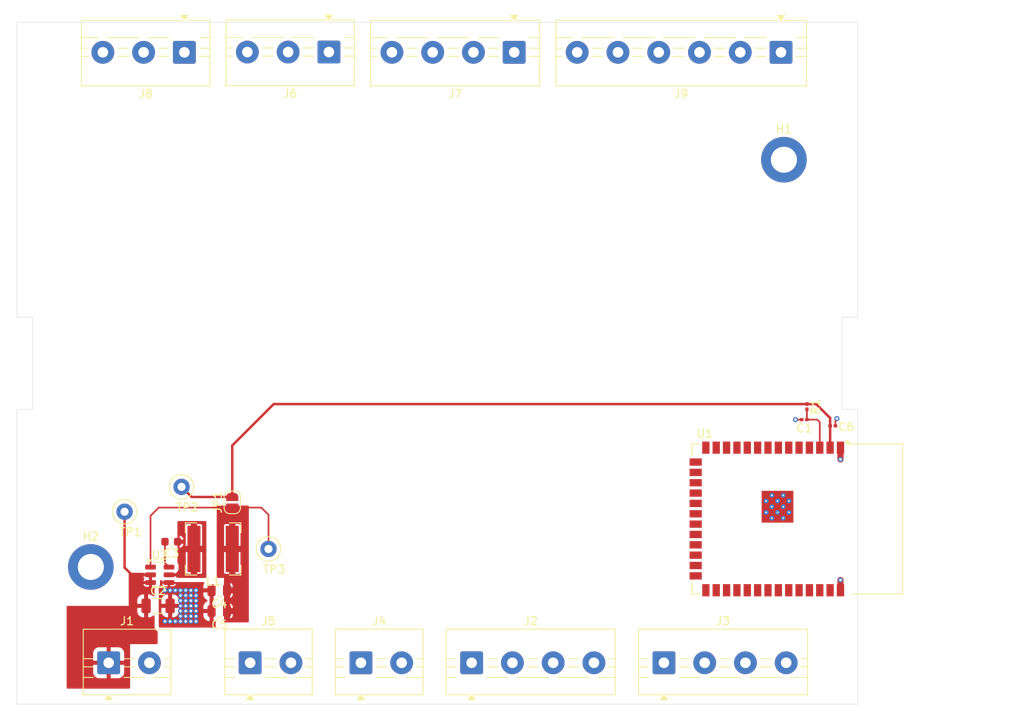
<source format=kicad_pcb>
(kicad_pcb (version 20241229) (generator "pcbnew") (generator_version "9.0")
  (layers (0 "F.Cu" signal) (4 "In1.Cu" power) (6 "In2.Cu" mixed) (2 "B.Cu" signal) (13 "F.Paste" user) (15 "B.Paste" user) (5 "F.SilkS" user "F.Silkscreen") (7 "B.SilkS" user "B.Silkscreen") (1 "F.Mask" user) (3 "B.Mask" user) (25 "Edge.Cuts" user))
  (net 0 "")
  (net 1 "Net-(U1-EN)")
  (net 2 "GND")
  (net 3 "Net-(JP1-A)")
  (net 4 "VCC")
  (net 5 "Net-(U2-BST)")
  (net 6 "Net-(U2-SW)")
  (net 7 "/board_zorionx-nivara/PNP_IN_1")
  (net 8 "/board_zorionx-nivara/NPN_IN_2")
  (net 9 "/board_zorionx-nivara/NPN_IN_1")
  (net 10 "/board_zorionx-nivara/PNP_IN_2")
  (net 11 "/board_zorionx-nivara/A032_IN1")
  (net 12 "/board_zorionx-nivara/A420_IN1")
  (net 13 "/board_zorionx-nivara/A010_IN1")
  (net 14 "/board_zorionx-nivara/D_IN2")
  (net 15 "/board_zorionx-nivara/D_IN1")
  (net 16 "/board_zorionx-nivara/RUN-STOP")
  (net 17 "/board_zorionx-nivara/A010_OUT1")
  (net 18 "/board_zorionx-nivara/A420_OUT1")
  (net 19 "/board_zorionx-nivara/PNP_OUT2")
  (net 20 "/board_zorionx-nivara/NPN_OUT1")
  (net 21 "/board_zorionx-nivara/NPN_OUT2")
  (net 22 "/board_zorionx-nivara/PNP_OUT1")
  (net 23 "/board_zorionx-nivara/RS485_B")
  (net 24 "/board_zorionx-nivara/RS485_A")
  (net 25 "/board_zorionx-nivara/RLY1_NC")
  (net 26 "/board_zorionx-nivara/RLY1_C")
  (net 27 "/board_zorionx-nivara/RLY2_NC")
  (net 28 "/board_zorionx-nivara/RLY2_C")
  (net 29 "/board_zorionx-nivara/RLY1_NO")
  (net 30 "/board_zorionx-nivara/RLY2_NO")
  (net 31 "+3.3V")
  (net 32 "/board_zorionx-nivara/DRIVERRS485/UART-IN")
  (net 57 "/board_zorionx-nivara/DRIVERRS485/UART-OUT")
  (footprint "TerminalBlock:TerminalBlock_MaiXu_MX126-5.0-04P_1x04_P5.00mm" (layer "F.Cu") (at 82.701667 101.6)
    (property "Reference" "J2" (at 7.25 -5.12 0) (layer "F.SilkS"))
    (property "Value" "Screw_Terminal_01x04")
    (fp_line (start -3.12 -4.12) (end 17.62 -4.12) (stroke (width 0.12)) (layer "F.SilkS"))
    (fp_line (start -3.12 -0.5) (end -1.88 -0.5) (stroke (width 0.12)) (layer "F.SilkS"))
    (fp_line (start -3.12 0.5) (end -1.88 0.5) (stroke (width 0.12)) (layer "F.SilkS"))
    (fp_line (start -3.12 1.8) (end -1.88 1.8) (stroke (width 0.12)) (layer "F.SilkS"))
    (fp_line (start -3.12 3.92) (end -3.12 -4.12) (stroke (width 0.12)) (layer "F.SilkS"))
    (fp_line (start -0.3 3.92) (end -3.12 3.92) (stroke (width 0.12)) (layer "F.SilkS"))
    (fp_line (start 1.88 -0.5) (end 3.188 -0.5) (stroke (width 0.12)) (layer "F.SilkS"))
    (fp_line (start 1.88 0.5) (end 3.188 0.5) (stroke (width 0.12)) (layer "F.SilkS"))
    (fp_line (start 1.88 1.8) (end 4.457 1.8) (stroke (width 0.12)) (layer "F.SilkS"))
    (fp_line (start 5.543 1.8) (end 9.457 1.8) (stroke (width 0.12)) (layer "F.SilkS"))
    (fp_line (start 6.812 -0.5) (end 8.188 -0.5) (stroke (width 0.12)) (layer "F.SilkS"))
    (fp_line (start 6.812 0.5) (end 8.188 0.5) (stroke (width 0.12)) (layer "F.SilkS"))
    (fp_line (start 10.543 1.8) (end 14.457 1.8) (stroke (width 0.12)) (layer "F.SilkS"))
    (fp_line (start 11.812 -0.5) (end 13.188 -0.5) (stroke (width 0.12)) (layer "F.SilkS"))
    (fp_line (start 11.812 0.5) (end 13.188 0.5) (stroke (width 0.12)) (layer "F.SilkS"))
    (fp_line (start 15.543 1.8) (end 17.62 1.8) (stroke (width 0.12)) (layer "F.SilkS"))
    (fp_line (start 16.812 -0.5) (end 17.62 -0.5) (stroke (width 0.12)) (layer "F.SilkS"))
    (fp_line (start 16.812 0.5) (end 17.62 0.5) (stroke (width 0.12)) (layer "F.SilkS"))
    (fp_line (start 17.62 -4.12) (end 17.62 3.92) (stroke (width 0.12)) (layer "F.SilkS"))
    (fp_line (start 17.62 3.92) (end 0.3 3.92) (stroke (width 0.12)) (layer "F.SilkS"))
    (fp_poly (pts (xy 0 3.92) (xy 0.44 4.53) (xy -0.44 4.53)) (stroke (width 0.12)) (fill yes) (layer "F.SilkS"))
    (pad "1" thru_hole roundrect (at 0 0) (size 2.8 2.8) (drill 1.3) (layers "*.Cu" "*.Mask") (roundrect_rratio 0.089286) (net 10 "/board_zorionx-nivara/PNP_IN_2"))
    (pad "2" thru_hole circle (at 5 0) (size 2.8 2.8) (drill 1.3) (layers "*.Cu" "*.Mask") (net 7 "/board_zorionx-nivara/PNP_IN_1"))
    (pad "3" thru_hole circle (at 10 0) (size 2.8 2.8) (drill 1.3) (layers "*.Cu" "*.Mask") (net 8 "/board_zorionx-nivara/NPN_IN_2"))
    (pad "4" thru_hole circle (at 15 0) (size 2.8 2.8) (drill 1.3) (layers "*.Cu" "*.Mask") (net 9 "/board_zorionx-nivara/NPN_IN_1"))
  )
  (footprint "TerminalBlock:TerminalBlock_MaiXu_MX126-5.0-02P_1x02_P5.00mm" (layer "F.Cu") (at 55.535 101.6)
    (property "Reference" "J5" (at 2.25 -5.12 0) (layer "F.SilkS"))
    (property "Value" "Screw_Terminal_01x02")
    (fp_line (start -3.12 -4.12) (end 7.62 -4.12) (stroke (width 0.12)) (layer "F.SilkS"))
    (fp_line (start -3.12 -0.5) (end -1.88 -0.5) (stroke (width 0.12)) (layer "F.SilkS"))
    (fp_line (start -3.12 0.5) (end -1.88 0.5) (stroke (width 0.12)) (layer "F.SilkS"))
    (fp_line (start -3.12 1.8) (end -1.88 1.8) (stroke (width 0.12)) (layer "F.SilkS"))
    (fp_line (start -3.12 3.92) (end -3.12 -4.12) (stroke (width 0.12)) (layer "F.SilkS"))
    (fp_line (start -0.3 3.92) (end -3.12 3.92) (stroke (width 0.12)) (layer "F.SilkS"))
    (fp_line (start 1.88 -0.5) (end 3.188 -0.5) (stroke (width 0.12)) (layer "F.SilkS"))
    (fp_line (start 1.88 0.5) (end 3.188 0.5) (stroke (width 0.12)) (layer "F.SilkS"))
    (fp_line (start 1.88 1.8) (end 4.457 1.8) (stroke (width 0.12)) (layer "F.SilkS"))
    (fp_line (start 5.543 1.8) (end 7.62 1.8) (stroke (width 0.12)) (layer "F.SilkS"))
    (fp_line (start 6.812 -0.5) (end 7.62 -0.5) (stroke (width 0.12)) (layer "F.SilkS"))
    (fp_line (start 6.812 0.5) (end 7.62 0.5) (stroke (width 0.12)) (layer "F.SilkS"))
    (fp_line (start 7.62 -4.12) (end 7.62 3.92) (stroke (width 0.12)) (layer "F.SilkS"))
    (fp_line (start 7.62 3.92) (end 0.3 3.92) (stroke (width 0.12)) (layer "F.SilkS"))
    (fp_poly (pts (xy 0 3.92) (xy 0.44 4.53) (xy -0.44 4.53)) (stroke (width 0.12)) (fill yes) (layer "F.SilkS"))
    (pad "1" thru_hole roundrect (at 0 0) (size 2.8 2.8) (drill 1.3) (layers "*.Cu" "*.Mask") (roundrect_rratio 0.089286) (net 2 "GND"))
    (pad "2" thru_hole circle (at 5 0) (size 2.8 2.8) (drill 1.3) (layers "*.Cu" "*.Mask") (net 16 "/board_zorionx-nivara/RUN-STOP"))
  )
  (footprint "TestPoint:TestPoint_Loop_D1.80mm_Drill1.0mm_Beaded" (layer "F.Cu") (at 57.785 87.63)
    (property "Reference" "TP3" (at 0.7 2.5 0) (layer "F.SilkS"))
    (property "Value" "TestPoint")
    (fp_circle (center 0 0) (end 1.5 0) (stroke (width 0.12)) (fill no) (layer "F.SilkS"))
    (pad "1" thru_hole circle (at 0 0) (size 2 2) (drill 1) (layers "*.Cu" "*.Mask") (net 3 "Net-(JP1-A)"))
  )
  (footprint "Capacitor_SMD:C_0201_0603Metric" (layer "F.Cu") (at 123.51 71.755 180)
    (property "Reference" "C1" (at 0 -1.05 0) (layer "F.SilkS"))
    (property "Value" "1uf")
    (pad "1" smd roundrect (at -0.32 0 180) (size 0.46 0.4) (layers "F.Cu" "F.Mask") (net 1 "Net-(U1-EN)"))
    (pad "2" smd roundrect (at 0.32 0 180) (size 0.46 0.4) (layers "F.Cu" "F.Mask") (net 2 "GND"))
  )
  (footprint "MountingHole:MountingHole_3.2mm_M3_DIN965_Pad" (layer "F.Cu") (at 121.0056 39.8526)
    (property "Reference" "H1" (at 0 -3.75 0) (layer "F.SilkS"))
    (property "Value" "MountingHole_Pad_MP")
    (pad "1" thru_hole circle (at 0 0) (size 5.6 5.6) (drill 3.2) (layers "*.Cu" "*.Mask"))
  )
  (footprint "TerminalBlock:TerminalBlock_MaiXu_MX126-5.0-04P_1x04_P5.00mm" (layer "F.Cu") (at 106.285 101.6)
    (property "Reference" "J3" (at 7.25 -5.12 0) (layer "F.SilkS"))
    (property "Value" "Screw_Terminal_01x04")
    (fp_line (start -3.12 -4.12) (end 17.62 -4.12) (stroke (width 0.12)) (layer "F.SilkS"))
    (fp_line (start -3.12 -0.5) (end -1.88 -0.5) (stroke (width 0.12)) (layer "F.SilkS"))
    (fp_line (start -3.12 0.5) (end -1.88 0.5) (stroke (width 0.12)) (layer "F.SilkS"))
    (fp_line (start -3.12 1.8) (end -1.88 1.8) (stroke (width 0.12)) (layer "F.SilkS"))
    (fp_line (start -3.12 3.92) (end -3.12 -4.12) (stroke (width 0.12)) (layer "F.SilkS"))
    (fp_line (start -0.3 3.92) (end -3.12 3.92) (stroke (width 0.12)) (layer "F.SilkS"))
    (fp_line (start 1.88 -0.5) (end 3.188 -0.5) (stroke (width 0.12)) (layer "F.SilkS"))
    (fp_line (start 1.88 0.5) (end 3.188 0.5) (stroke (width 0.12)) (layer "F.SilkS"))
    (fp_line (start 1.88 1.8) (end 4.457 1.8) (stroke (width 0.12)) (layer "F.SilkS"))
    (fp_line (start 5.543 1.8) (end 9.457 1.8) (stroke (width 0.12)) (layer "F.SilkS"))
    (fp_line (start 6.812 -0.5) (end 8.188 -0.5) (stroke (width 0.12)) (layer "F.SilkS"))
    (fp_line (start 6.812 0.5) (end 8.188 0.5) (stroke (width 0.12)) (layer "F.SilkS"))
    (fp_line (start 10.543 1.8) (end 14.457 1.8) (stroke (width 0.12)) (layer "F.SilkS"))
    (fp_line (start 11.812 -0.5) (end 13.188 -0.5) (stroke (width 0.12)) (layer "F.SilkS"))
    (fp_line (start 11.812 0.5) (end 13.188 0.5) (stroke (width 0.12)) (layer "F.SilkS"))
    (fp_line (start 15.543 1.8) (end 17.62 1.8) (stroke (width 0.12)) (layer "F.SilkS"))
    (fp_line (start 16.812 -0.5) (end 17.62 -0.5) (stroke (width 0.12)) (layer "F.SilkS"))
    (fp_line (start 16.812 0.5) (end 17.62 0.5) (stroke (width 0.12)) (layer "F.SilkS"))
    (fp_line (start 17.62 -4.12) (end 17.62 3.92) (stroke (width 0.12)) (layer "F.SilkS"))
    (fp_line (start 17.62 3.92) (end 0.3 3.92) (stroke (width 0.12)) (layer "F.SilkS"))
    (fp_poly (pts (xy 0 3.92) (xy 0.44 4.53) (xy -0.44 4.53)) (stroke (width 0.12)) (fill yes) (layer "F.SilkS"))
    (pad "1" thru_hole roundrect (at 0 0) (size 2.8 2.8) (drill 1.3) (layers "*.Cu" "*.Mask") (roundrect_rratio 0.089286) (net 2 "GND"))
    (pad "2" thru_hole circle (at 5 0) (size 2.8 2.8) (drill 1.3) (layers "*.Cu" "*.Mask") (net 12 "/board_zorionx-nivara/A420_IN1"))
    (pad "3" thru_hole circle (at 10 0) (size 2.8 2.8) (drill 1.3) (layers "*.Cu" "*.Mask") (net 11 "/board_zorionx-nivara/A032_IN1"))
    (pad "4" thru_hole circle (at 15 0) (size 2.8 2.8) (drill 1.3) (layers "*.Cu" "*.Mask") (net 13 "/board_zorionx-nivara/A010_IN1"))
  )
  (footprint "TerminalBlock:TerminalBlock_MaiXu_MX126-5.0-02P_1x02_P5.00mm" (layer "F.Cu") (at 69.118333 101.6)
    (property "Reference" "J4" (at 2.25 -5.12 0) (layer "F.SilkS"))
    (property "Value" "Screw_Terminal_01x02")
    (fp_line (start -3.12 -4.12) (end 7.62 -4.12) (stroke (width 0.12)) (layer "F.SilkS"))
    (fp_line (start -3.12 -0.5) (end -1.88 -0.5) (stroke (width 0.12)) (layer "F.SilkS"))
    (fp_line (start -3.12 0.5) (end -1.88 0.5) (stroke (width 0.12)) (layer "F.SilkS"))
    (fp_line (start -3.12 1.8) (end -1.88 1.8) (stroke (width 0.12)) (layer "F.SilkS"))
    (fp_line (start -3.12 3.92) (end -3.12 -4.12) (stroke (width 0.12)) (layer "F.SilkS"))
    (fp_line (start -0.3 3.92) (end -3.12 3.92) (stroke (width 0.12)) (layer "F.SilkS"))
    (fp_line (start 1.88 -0.5) (end 3.188 -0.5) (stroke (width 0.12)) (layer "F.SilkS"))
    (fp_line (start 1.88 0.5) (end 3.188 0.5) (stroke (width 0.12)) (layer "F.SilkS"))
    (fp_line (start 1.88 1.8) (end 4.457 1.8) (stroke (width 0.12)) (layer "F.SilkS"))
    (fp_line (start 5.543 1.8) (end 7.62 1.8) (stroke (width 0.12)) (layer "F.SilkS"))
    (fp_line (start 6.812 -0.5) (end 7.62 -0.5) (stroke (width 0.12)) (layer "F.SilkS"))
    (fp_line (start 6.812 0.5) (end 7.62 0.5) (stroke (width 0.12)) (layer "F.SilkS"))
    (fp_line (start 7.62 -4.12) (end 7.62 3.92) (stroke (width 0.12)) (layer "F.SilkS"))
    (fp_line (start 7.62 3.92) (end 0.3 3.92) (stroke (width 0.12)) (layer "F.SilkS"))
    (fp_poly (pts (xy 0 3.92) (xy 0.44 4.53) (xy -0.44 4.53)) (stroke (width 0.12)) (fill yes) (layer "F.SilkS"))
    (pad "1" thru_hole roundrect (at 0 0) (size 2.8 2.8) (drill 1.3) (layers "*.Cu" "*.Mask") (roundrect_rratio 0.089286) (net 14 "/board_zorionx-nivara/D_IN2"))
    (pad "2" thru_hole circle (at 5 0) (size 2.8 2.8) (drill 1.3) (layers "*.Cu" "*.Mask") (net 15 "/board_zorionx-nivara/D_IN1"))
  )
  (footprint "TerminalBlock:TerminalBlock_MaiXu_MX126-5.0-06P_1x06_P5.00mm" (layer "F.Cu") (at 120.65 26.67 180)
    (property "Reference" "J9" (at 12.25 -5.12 0) (layer "F.SilkS"))
    (property "Value" "Screw_Terminal_01x06")
    (fp_line (start 27.62 3.92) (end 0.3 3.92) (stroke (width 0.12)) (layer "F.SilkS"))
    (fp_line (start 27.62 -4.12) (end 27.62 3.92) (stroke (width 0.12)) (layer "F.SilkS"))
    (fp_line (start 26.812 0.5) (end 27.62 0.5) (stroke (width 0.12)) (layer "F.SilkS"))
    (fp_line (start 26.812 -0.5) (end 27.62 -0.5) (stroke (width 0.12)) (layer "F.SilkS"))
    (fp_line (start 25.543 1.8) (end 27.62 1.8) (stroke (width 0.12)) (layer "F.SilkS"))
    (fp_line (start 21.812 0.5) (end 23.188 0.5) (stroke (width 0.12)) (layer "F.SilkS"))
    (fp_line (start 21.812 -0.5) (end 23.188 -0.5) (stroke (width 0.12)) (layer "F.SilkS"))
    (fp_line (start 20.543 1.8) (end 24.457 1.8) (stroke (width 0.12)) (layer "F.SilkS"))
    (fp_line (start 16.812 0.5) (end 18.188 0.5) (stroke (width 0.12)) (layer "F.SilkS"))
    (fp_line (start 16.812 -0.5) (end 18.188 -0.5) (stroke (width 0.12)) (layer "F.SilkS"))
    (fp_line (start 15.543 1.8) (end 19.457 1.8) (stroke (width 0.12)) (layer "F.SilkS"))
    (fp_line (start 11.812 0.5) (end 13.188 0.5) (stroke (width 0.12)) (layer "F.SilkS"))
    (fp_line (start 11.812 -0.5) (end 13.188 -0.5) (stroke (width 0.12)) (layer "F.SilkS"))
    (fp_line (start 10.543 1.8) (end 14.457 1.8) (stroke (width 0.12)) (layer "F.SilkS"))
    (fp_line (start 6.812 0.5) (end 8.188 0.5) (stroke (width 0.12)) (layer "F.SilkS"))
    (fp_line (start 6.812 -0.5) (end 8.188 -0.5) (stroke (width 0.12)) (layer "F.SilkS"))
    (fp_line (start 5.543 1.8) (end 9.457 1.8) (stroke (width 0.12)) (layer "F.SilkS"))
    (fp_line (start 1.88 1.8) (end 4.457 1.8) (stroke (width 0.12)) (layer "F.SilkS"))
    (fp_line (start 1.88 0.5) (end 3.188 0.5) (stroke (width 0.12)) (layer "F.SilkS"))
    (fp_line (start 1.88 -0.5) (end 3.188 -0.5) (stroke (width 0.12)) (layer "F.SilkS"))
    (fp_line (start -0.3 3.92) (end -3.12 3.92) (stroke (width 0.12)) (layer "F.SilkS"))
    (fp_line (start -3.12 3.92) (end -3.12 -4.12) (stroke (width 0.12)) (layer "F.SilkS"))
    (fp_line (start -3.12 1.8) (end -1.88 1.8) (stroke (width 0.12)) (layer "F.SilkS"))
    (fp_line (start -3.12 0.5) (end -1.88 0.5) (stroke (width 0.12)) (layer "F.SilkS"))
    (fp_line (start -3.12 -0.5) (end -1.88 -0.5) (stroke (width 0.12)) (layer "F.SilkS"))
    (fp_line (start -3.12 -4.12) (end 27.62 -4.12) (stroke (width 0.12)) (layer "F.SilkS"))
    (fp_poly (pts (xy 0 3.92) (xy 0.44 4.53) (xy -0.44 4.53)) (stroke (width 0.12)) (fill yes) (layer "F.SilkS"))
    (pad "1" thru_hole roundrect (at 0 0 180) (size 2.8 2.8) (drill 1.3) (layers "*.Cu" "*.Mask") (roundrect_rratio 0.089286) (net 26 "/board_zorionx-nivara/RLY1_C"))
    (pad "2" thru_hole circle (at 5 0 180) (size 2.8 2.8) (drill 1.3) (layers "*.Cu" "*.Mask") (net 25 "/board_zorionx-nivara/RLY1_NC"))
    (pad "3" thru_hole circle (at 10 0 180) (size 2.8 2.8) (drill 1.3) (layers "*.Cu" "*.Mask") (net 29 "/board_zorionx-nivara/RLY1_NO"))
    (pad "4" thru_hole circle (at 15 0 180) (size 2.8 2.8) (drill 1.3) (layers "*.Cu" "*.Mask") (net 28 "/board_zorionx-nivara/RLY2_C"))
    (pad "5" thru_hole circle (at 20 0 180) (size 2.8 2.8) (drill 1.3) (layers "*.Cu" "*.Mask") (net 27 "/board_zorionx-nivara/RLY2_NC"))
    (pad "6" thru_hole circle (at 25 0 180) (size 2.8 2.8) (drill 1.3) (layers "*.Cu" "*.Mask") (net 30 "/board_zorionx-nivara/RLY2_NO"))
  )
  (footprint "Capacitor_SMD:C_0201_0603Metric" (layer "F.Cu") (at 127 72.517 180)
    (property "Reference" "C6" (at -1.651 -0.127 0) (layer "F.SilkS"))
    (property "Value" ".1uf")
    (pad "1" smd roundrect (at -0.32 0 180) (size 0.46 0.4) (layers "F.Cu" "F.Mask") (net 2 "GND"))
    (pad "2" smd roundrect (at 0.32 0 180) (size 0.46 0.4) (layers "F.Cu" "F.Mask") (net 31 "+3.3V"))
  )
  (footprint "TestPoint:TestPoint_Loop_D1.80mm_Drill1.0mm_Beaded" (layer "F.Cu") (at 40.132 83.058)
    (property "Reference" "TP1" (at 0.7 2.5 0) (layer "F.SilkS"))
    (property "Value" "TestPoint")
    (fp_circle (center 0 0) (end 1.5 0) (stroke (width 0.12)) (fill no) (layer "F.SilkS"))
    (pad "1" thru_hole circle (at 0 0) (size 2 2) (drill 1) (layers "*.Cu" "*.Mask") (net 4 "VCC"))
  )
  (footprint "MountingHole:MountingHole_3.2mm_M3_DIN965_Pad" (layer "F.Cu") (at 35.9918 89.8398)
    (property "Reference" "H2" (at 0 -3.75 0) (layer "F.SilkS"))
    (property "Value" "MountingHole_Pad_MP")
    (pad "1" thru_hole circle (at 0 0) (size 5.6 5.6) (drill 3.2) (layers "*.Cu" "*.Mask"))
  )
  (footprint "TerminalBlock:TerminalBlock_MaiXu_MX126-5.0-03P_1x03_P5.00mm" (layer "F.Cu") (at 47.465 26.67 180)
    (property "Reference" "J8" (at 4.75 -5.12 0) (layer "F.SilkS"))
    (property "Value" "Screw_Terminal_01x03")
    (fp_line (start 12.62 3.92) (end 0.3 3.92) (stroke (width 0.12)) (layer "F.SilkS"))
    (fp_line (start 12.62 -4.12) (end 12.62 3.92) (stroke (width 0.12)) (layer "F.SilkS"))
    (fp_line (start 11.812 0.5) (end 12.62 0.5) (stroke (width 0.12)) (layer "F.SilkS"))
    (fp_line (start 11.812 -0.5) (end 12.62 -0.5) (stroke (width 0.12)) (layer "F.SilkS"))
    (fp_line (start 10.543 1.8) (end 12.62 1.8) (stroke (width 0.12)) (layer "F.SilkS"))
    (fp_line (start 6.812 0.5) (end 8.188 0.5) (stroke (width 0.12)) (layer "F.SilkS"))
    (fp_line (start 6.812 -0.5) (end 8.188 -0.5) (stroke (width 0.12)) (layer "F.SilkS"))
    (fp_line (start 5.543 1.8) (end 9.457 1.8) (stroke (width 0.12)) (layer "F.SilkS"))
    (fp_line (start 1.88 1.8) (end 4.457 1.8) (stroke (width 0.12)) (layer "F.SilkS"))
    (fp_line (start 1.88 0.5) (end 3.188 0.5) (stroke (width 0.12)) (layer "F.SilkS"))
    (fp_line (start 1.88 -0.5) (end 3.188 -0.5) (stroke (width 0.12)) (layer "F.SilkS"))
    (fp_line (start -0.3 3.92) (end -3.12 3.92) (stroke (width 0.12)) (layer "F.SilkS"))
    (fp_line (start -3.12 3.92) (end -3.12 -4.12) (stroke (width 0.12)) (layer "F.SilkS"))
    (fp_line (start -3.12 1.8) (end -1.88 1.8) (stroke (width 0.12)) (layer "F.SilkS"))
    (fp_line (start -3.12 0.5) (end -1.88 0.5) (stroke (width 0.12)) (layer "F.SilkS"))
    (fp_line (start -3.12 -0.5) (end -1.88 -0.5) (stroke (width 0.12)) (layer "F.SilkS"))
    (fp_line (start -3.12 -4.12) (end 12.62 -4.12) (stroke (width 0.12)) (layer "F.SilkS"))
    (fp_poly (pts (xy 0 3.92) (xy 0.44 4.53) (xy -0.44 4.53)) (stroke (width 0.12)) (fill yes) (layer "F.SilkS"))
    (pad "1" thru_hole roundrect (at 0 0 180) (size 2.8 2.8) (drill 1.3) (layers "*.Cu" "*.Mask") (roundrect_rratio 0.089286) (net 24 "/board_zorionx-nivara/RS485_A"))
    (pad "2" thru_hole circle (at 5 0 180) (size 2.8 2.8) (drill 1.3) (layers "*.Cu" "*.Mask") (net 23 "/board_zorionx-nivara/RS485_B"))
    (pad "3" thru_hole circle (at 10 0 180) (size 2.8 2.8) (drill 1.3) (layers "*.Cu" "*.Mask") (net 2 "GND"))
  )
  (footprint "Capacitor_SMD:C_0805_2012Metric" (layer "F.Cu") (at 51.75 92.71 180)
    (property "Reference" "C4" (at 0 -1.68 0) (layer "F.SilkS"))
    (property "Value" "22uf")
    (fp_line (start -0.261252 0.735) (end 0.261252 0.735) (stroke (width 0.12)) (layer "F.SilkS"))
    (fp_line (start -0.261252 -0.735) (end 0.261252 -0.735) (stroke (width 0.12)) (layer "F.SilkS"))
    (pad "1" smd roundrect (at -0.95 0 180) (size 1 1.45) (layers "F.Cu" "F.Mask" "F.Paste") (net 3 "Net-(JP1-A)"))
    (pad "2" smd roundrect (at 0.95 0 180) (size 1 1.45) (layers "F.Cu" "F.Mask" "F.Paste") (net 2 "GND"))
  )
  (footprint "TerminalBlock:TerminalBlock_MaiXu_MX126-5.0-03P_1x03_P5.00mm" (layer "F.Cu") (at 65.193333 26.6375 180)
    (property "Reference" "J6" (at 4.75 -5.12 0) (layer "F.SilkS"))
    (property "Value" "Screw_Terminal_01x03")
    (fp_line (start 12.62 3.92) (end 0.3 3.92) (stroke (width 0.12)) (layer "F.SilkS"))
    (fp_line (start 12.62 -4.12) (end 12.62 3.92) (stroke (width 0.12)) (layer "F.SilkS"))
    (fp_line (start 11.812 0.5) (end 12.62 0.5) (stroke (width 0.12)) (layer "F.SilkS"))
    (fp_line (start 11.812 -0.5) (end 12.62 -0.5) (stroke (width 0.12)) (layer "F.SilkS"))
    (fp_line (start 10.543 1.8) (end 12.62 1.8) (stroke (width 0.12)) (layer "F.SilkS"))
    (fp_line (start 6.812 0.5) (end 8.188 0.5) (stroke (width 0.12)) (layer "F.SilkS"))
    (fp_line (start 6.812 -0.5) (end 8.188 -0.5) (stroke (width 0.12)) (layer "F.SilkS"))
    (fp_line (start 5.543 1.8) (end 9.457 1.8) (stroke (width 0.12)) (layer "F.SilkS"))
    (fp_line (start 1.88 1.8) (end 4.457 1.8) (stroke (width 0.12)) (layer "F.SilkS"))
    (fp_line (start 1.88 0.5) (end 3.188 0.5) (stroke (width 0.12)) (layer "F.SilkS"))
    (fp_line (start 1.88 -0.5) (end 3.188 -0.5) (stroke (width 0.12)) (layer "F.SilkS"))
    (fp_line (start -0.3 3.92) (end -3.12 3.92) (stroke (width 0.12)) (layer "F.SilkS"))
    (fp_line (start -3.12 3.92) (end -3.12 -4.12) (stroke (width 0.12)) (layer "F.SilkS"))
    (fp_line (start -3.12 1.8) (end -1.88 1.8) (stroke (width 0.12)) (layer "F.SilkS"))
    (fp_line (start -3.12 0.5) (end -1.88 0.5) (stroke (width 0.12)) (layer "F.SilkS"))
    (fp_line (start -3.12 -0.5) (end -1.88 -0.5) (stroke (width 0.12)) (layer "F.SilkS"))
    (fp_line (start -3.12 -4.12) (end 12.62 -4.12) (stroke (width 0.12)) (layer "F.SilkS"))
    (fp_poly (pts (xy 0 3.92) (xy 0.44 4.53) (xy -0.44 4.53)) (stroke (width 0.12)) (fill yes) (layer "F.SilkS"))
    (pad "1" thru_hole roundrect (at 0 0 180) (size 2.8 2.8) (drill 1.3) (layers "*.Cu" "*.Mask") (roundrect_rratio 0.089286) (net 17 "/board_zorionx-nivara/A010_OUT1"))
    (pad "2" thru_hole circle (at 5 0 180) (size 2.8 2.8) (drill 1.3) (layers "*.Cu" "*.Mask") (net 18 "/board_zorionx-nivara/A420_OUT1"))
    (pad "3" thru_hole circle (at 10 0 180) (size 2.8 2.8) (drill 1.3) (layers "*.Cu" "*.Mask") (net 2 "GND"))
  )
  (footprint "TestPoint:TestPoint_Loop_D1.80mm_Drill1.0mm_Beaded" (layer "F.Cu") (at 47.117 80.01)
    (property "Reference" "TP2" (at 0.7 2.5 0) (layer "F.SilkS"))
    (property "Value" "TestPoint")
    (fp_circle (center 0 0) (end 1.5 0) (stroke (width 0.12)) (fill no) (layer "F.SilkS"))
    (pad "1" thru_hole circle (at 0 0) (size 2 2) (drill 1) (layers "*.Cu" "*.Mask") (net 31 "+3.3V"))
  )
  (footprint "Resistor_SMD:R_0201_0603Metric" (layer "F.Cu") (at 123.825 70.165 -90)
    (property "Reference" "R1" (at 0 -1.05 90) (layer "F.SilkS"))
    (property "Value" "R_US")
    (pad "1" smd roundrect (at -0.32 0 270) (size 0.46 0.4) (layers "F.Cu" "F.Mask") (net 31 "+3.3V"))
    (pad "2" smd roundrect (at 0.32 0 270) (size 0.46 0.4) (layers "F.Cu" "F.Mask") (net 1 "Net-(U1-EN)"))
  )
  (footprint "TerminalBlock:TerminalBlock_MaiXu_MX126-5.0-04P_1x04_P5.00mm" (layer "F.Cu") (at 87.921667 26.67 180)
    (property "Reference" "J7" (at 7.25 -5.12 0) (layer "F.SilkS"))
    (property "Value" "Screw_Terminal_01x04")
    (fp_line (start 17.62 3.92) (end 0.3 3.92) (stroke (width 0.12)) (layer "F.SilkS"))
    (fp_line (start 17.62 -4.12) (end 17.62 3.92) (stroke (width 0.12)) (layer "F.SilkS"))
    (fp_line (start 16.812 0.5) (end 17.62 0.5) (stroke (width 0.12)) (layer "F.SilkS"))
    (fp_line (start 16.812 -0.5) (end 17.62 -0.5) (stroke (width 0.12)) (layer "F.SilkS"))
    (fp_line (start 15.543 1.8) (end 17.62 1.8) (stroke (width 0.12)) (layer "F.SilkS"))
    (fp_line (start 11.812 0.5) (end 13.188 0.5) (stroke (width 0.12)) (layer "F.SilkS"))
    (fp_line (start 11.812 -0.5) (end 13.188 -0.5) (stroke (width 0.12)) (layer "F.SilkS"))
    (fp_line (start 10.543 1.8) (end 14.457 1.8) (stroke (width 0.12)) (layer "F.SilkS"))
    (fp_line (start 6.812 0.5) (end 8.188 0.5) (stroke (width 0.12)) (layer "F.SilkS"))
    (fp_line (start 6.812 -0.5) (end 8.188 -0.5) (stroke (width 0.12)) (layer "F.SilkS"))
    (fp_line (start 5.543 1.8) (end 9.457 1.8) (stroke (width 0.12)) (layer "F.SilkS"))
    (fp_line (start 1.88 1.8) (end 4.457 1.8) (stroke (width 0.12)) (layer "F.SilkS"))
    (fp_line (start 1.88 0.5) (end 3.188 0.5) (stroke (width 0.12)) (layer "F.SilkS"))
    (fp_line (start 1.88 -0.5) (end 3.188 -0.5) (stroke (width 0.12)) (layer "F.SilkS"))
    (fp_line (start -0.3 3.92) (end -3.12 3.92) (stroke (width 0.12)) (layer "F.SilkS"))
    (fp_line (start -3.12 3.92) (end -3.12 -4.12) (stroke (width 0.12)) (layer "F.SilkS"))
    (fp_line (start -3.12 1.8) (end -1.88 1.8) (stroke (width 0.12)) (layer "F.SilkS"))
    (fp_line (start -3.12 0.5) (end -1.88 0.5) (stroke (width 0.12)) (layer "F.SilkS"))
    (fp_line (start -3.12 -0.5) (end -1.88 -0.5) (stroke (width 0.12)) (layer "F.SilkS"))
    (fp_line (start -3.12 -4.12) (end 17.62 -4.12) (stroke (width 0.12)) (layer "F.SilkS"))
    (fp_poly (pts (xy 0 3.92) (xy 0.44 4.53) (xy -0.44 4.53)) (stroke (width 0.12)) (fill yes) (layer "F.SilkS"))
    (pad "1" thru_hole roundrect (at 0 0 180) (size 2.8 2.8) (drill 1.3) (layers "*.Cu" "*.Mask") (roundrect_rratio 0.089286) (net 20 "/board_zorionx-nivara/NPN_OUT1"))
    (pad "2" thru_hole circle (at 5 0 180) (size 2.8 2.8) (drill 1.3) (layers "*.Cu" "*.Mask") (net 21 "/board_zorionx-nivara/NPN_OUT2"))
    (pad "3" thru_hole circle (at 10 0 180) (size 2.8 2.8) (drill 1.3) (layers "*.Cu" "*.Mask") (net 22 "/board_zorionx-nivara/PNP_OUT1"))
    (pad "4" thru_hole circle (at 15 0 180) (size 2.8 2.8) (drill 1.3) (layers "*.Cu" "*.Mask") (net 19 "/board_zorionx-nivara/PNP_OUT2"))
  )
  (footprint "Capacitor_SMD:C_1206_3216Metric" (layer "F.Cu") (at 44.245 94.615)
    (property "Reference" "C2" (at 0 -1.85 0) (layer "F.SilkS"))
    (property "Value" "10uf")
    (fp_line (start -0.711252 -0.91) (end 0.711252 -0.91) (stroke (width 0.12)) (layer "F.SilkS"))
    (fp_line (start -0.711252 0.91) (end 0.711252 0.91) (stroke (width 0.12)) (layer "F.SilkS"))
    (pad "1" smd roundrect (at -1.475 0) (size 1.15 1.8) (layers "F.Cu" "F.Mask" "F.Paste") (roundrect_rratio 0.217391) (net 4 "VCC"))
    (pad "2" smd roundrect (at 1.475 0) (size 1.15 1.8) (layers "F.Cu" "F.Mask" "F.Paste") (roundrect_rratio 0.217391) (net 2 "GND"))
  )
  (footprint "RF_Module:ESP32-S3-WROOM-1" (layer "F.Cu") (at 122.682 83.947 -90)
    (property "Reference" "U1" (at -10.5 11.4 0) (layer "F.SilkS"))
    (property "Value" "ESP32-S3-WROOM-1")
    (fp_line (start -9.2 12.95) (end -7.7 12.95) (stroke (width 0.12)) (layer "F.SilkS"))
    (fp_line (start 9.2 12.95) (end 7.7 12.95) (stroke (width 0.12)) (layer "F.SilkS"))
    (fp_line (start 9.2 12.95) (end 9.2 11.95) (stroke (width 0.12)) (layer "F.SilkS"))
    (fp_line (start -9.2 11.95) (end -9.2 12.95) (stroke (width 0.12)) (layer "F.SilkS"))
    (fp_line (start -9.2 -12.9) (end -9.2 -6.7) (stroke (width 0.12)) (layer "F.SilkS"))
    (fp_line (start -9.2 -12.9) (end 9.2 -12.9) (stroke (width 0.12)) (layer "F.SilkS"))
    (fp_line (start 9.2 -12.9) (end 9.2 -6.7) (stroke (width 0.12)) (layer "F.SilkS"))
    (fp_poly (pts (xy -9.2 -6.025) (xy -9.7 -6.025) (xy -9.2 -6.525) (xy -9.2 -6.025)) (stroke (width 0.12)) (fill yes) (layer "F.SilkS"))
    (pad "1" smd rect (at -8.75 -5.26 270) (size 1.5 0.9) (layers "F.Cu" "F.Mask" "F.Paste") (net 2 "GND"))
    (pad "2" smd rect (at -8.75 -3.99 270) (size 1.5 0.9) (layers "F.Cu" "F.Mask" "F.Paste") (net 31 "+3.3V"))
    (pad "3" smd rect (at -8.75 -2.72 270) (size 1.5 0.9) (layers "F.Cu" "F.Mask" "F.Paste") (net 1 "Net-(U1-EN)"))
    (pad "4" smd rect (at -8.75 -1.45 270) (size 1.5 0.9) (layers "F.Cu" "F.Mask" "F.Paste"))
    (pad "5" smd rect (at -8.75 -0.18 270) (size 1.5 0.9) (layers "F.Cu" "F.Mask" "F.Paste"))
    (pad "6" smd rect (at -8.75 1.09 270) (size 1.5 0.9) (layers "F.Cu" "F.Mask" "F.Paste"))
    (pad "7" smd rect (at -8.75 2.36 270) (size 1.5 0.9) (layers "F.Cu" "F.Mask" "F.Paste"))
    (pad "8" smd rect (at -8.75 3.63 270) (size 1.5 0.9) (layers "F.Cu" "F.Mask" "F.Paste"))
    (pad "9" smd rect (at -8.75 4.9 270) (size 1.5 0.9) (layers "F.Cu" "F.Mask" "F.Paste"))
    (pad "10" smd rect (at -8.75 6.17 270) (size 1.5 0.9) (layers "F.Cu" "F.Mask" "F.Paste"))
    (pad "11" smd rect (at -8.75 7.44 270) (size 1.5 0.9) (layers "F.Cu" "F.Mask" "F.Paste"))
    (pad "12" smd rect (at -8.75 8.71 270) (size 1.5 0.9) (layers "F.Cu" "F.Mask" "F.Paste"))
    (pad "13" smd rect (at -8.75 9.98 270) (size 1.5 0.9) (layers "F.Cu" "F.Mask" "F.Paste"))
    (pad "14" smd rect (at -8.75 11.25 90) (size 1.5 0.9) (layers "F.Cu" "F.Mask" "F.Paste"))
    (pad "15" smd rect (at -6.985 12.5 180) (size 1.5 0.9) (layers "F.Cu" "F.Mask" "F.Paste"))
    (pad "16" smd rect (at -5.715 12.5 180) (size 1.5 0.9) (layers "F.Cu" "F.Mask" "F.Paste"))
    (pad "17" smd rect (at -4.445 12.5 180) (size 1.5 0.9) (layers "F.Cu" "F.Mask" "F.Paste"))
    (pad "18" smd rect (at -3.175 12.5 180) (size 1.5 0.9) (layers "F.Cu" "F.Mask" "F.Paste"))
    (pad "19" smd rect (at -1.905 12.5 180) (size 1.5 0.9) (layers "F.Cu" "F.Mask" "F.Paste"))
    (pad "20" smd rect (at -0.635 12.5 180) (size 1.5 0.9) (layers "F.Cu" "F.Mask" "F.Paste"))
    (pad "21" smd rect (at 0.635 12.5 180) (size 1.5 0.9) (layers "F.Cu" "F.Mask" "F.Paste"))
    (pad "22" smd rect (at 1.905 12.5 180) (size 1.5 0.9) (layers "F.Cu" "F.Mask" "F.Paste"))
    (pad "23" smd rect (at 3.175 12.5 180) (size 1.5 0.9) (layers "F.Cu" "F.Mask" "F.Paste"))
    (pad "24" smd rect (at 4.445 12.5 180) (size 1.5 0.9) (layers "F.Cu" "F.Mask" "F.Paste"))
    (pad "25" smd rect (at 5.715 12.5 180) (size 1.5 0.9) (layers "F.Cu" "F.Mask" "F.Paste"))
    (pad "26" smd rect (at 6.985 12.5 180) (size 1.5 0.9) (layers "F.Cu" "F.Mask" "F.Paste"))
    (pad "27" smd rect (at 8.75 11.25 270) (size 1.5 0.9) (layers "F.Cu" "F.Mask" "F.Paste"))
    (pad "28" smd rect (at 8.75 9.98 270) (size 1.5 0.9) (layers "F.Cu" "F.Mask" "F.Paste"))
    (pad "29" smd rect (at 8.75 8.71 270) (size 1.5 0.9) (layers "F.Cu" "F.Mask" "F.Paste"))
    (pad "30" smd rect (at 8.75 7.44 270) (size 1.5 0.9) (layers "F.Cu" "F.Mask" "F.Paste"))
    (pad "31" smd rect (at 8.75 6.17 270) (size 1.5 0.9) (layers "F.Cu" "F.Mask" "F.Paste"))
    (pad "32" smd rect (at 8.75 4.9 270) (size 1.5 0.9) (layers "F.Cu" "F.Mask" "F.Paste"))
    (pad "33" smd rect (at 8.75 3.63 270) (size 1.5 0.9) (layers "F.Cu" "F.Mask" "F.Paste"))
    (pad "34" smd rect (at 8.75 2.36 270) (size 1.5 0.9) (layers "F.Cu" "F.Mask" "F.Paste"))
    (pad "35" smd rect (at 8.75 1.09 270) (size 1.5 0.9) (layers "F.Cu" "F.Mask" "F.Paste"))
    (pad "36" smd rect (at 8.75 -0.18 270) (size 1.5 0.9) (layers "F.Cu" "F.Mask" "F.Paste") (net 57 "/board_zorionx-nivara/DRIVERRS485/UART-OUT"))
    (pad "37" smd rect (at 8.75 -1.45 270) (size 1.5 0.9) (layers "F.Cu" "F.Mask" "F.Paste") (net 32 "/board_zorionx-nivara/DRIVERRS485/UART-IN"))
    (pad "38" smd rect (at 8.75 -2.72 270) (size 1.5 0.9) (layers "F.Cu" "F.Mask" "F.Paste"))
    (pad "39" smd rect (at 8.75 -3.99 270) (size 1.5 0.9) (layers "F.Cu" "F.Mask" "F.Paste"))
    (pad "40" smd rect (at 8.75 -5.26 270) (size 1.5 0.9) (layers "F.Cu" "F.Mask" "F.Paste") (net 2 "GND"))
    (pad "41" thru_hole circle (at -2.9 1.76) (size 0.6 0.6) (drill 0.2) (property pad_prop_heatsink) (layers "*.Cu" "F.Mask") (net 2 "GND"))
    (pad "41" thru_hole circle (at -2.9 3.16 270) (size 0.6 0.6) (drill 0.2) (property pad_prop_heatsink) (layers "*.Cu" "F.Mask") (net 2 "GND"))
    (pad "41" thru_hole circle (at -2.2 1.06 270) (size 0.6 0.6) (drill 0.2) (property pad_prop_heatsink) (layers "*.Cu" "F.Mask") (net 2 "GND"))
    (pad "41" thru_hole circle (at -2.2 2.46 270) (size 0.6 0.6) (drill 0.2) (property pad_prop_heatsink) (layers "*.Cu" "F.Mask") (net 2 "GND"))
    (pad "41" thru_hole circle (at -2.2 3.86 270) (size 0.6 0.6) (drill 0.2) (property pad_prop_heatsink) (layers "*.Cu" "F.Mask") (net 2 "GND"))
    (pad "41" thru_hole circle (at -1.5 1.76 270) (size 0.6 0.6) (drill 0.2) (property pad_prop_heatsink) (layers "*.Cu" "F.Mask") (net 2 "GND"))
    (pad "41" smd rect (at -1.5 2.46 180) (size 3.9 3.9) (property pad_prop_heatsink) (layers "F.Cu" "F.Mask") (net 2 "GND"))
    (pad "41" thru_hole circle (at -1.5 3.16 270) (size 0.6 0.6) (drill 0.2) (property pad_prop_heatsink) (layers "*.Cu" "F.Mask") (net 2 "GND"))
    (pad "41" thru_hole circle (at -0.8 1.06 270) (size 0.6 0.6) (drill 0.2) (property pad_prop_heatsink) (layers "*.Cu" "F.Mask") (net 2 "GND"))
    (pad "41" thru_hole circle (at -0.8 2.46 270) (size 0.6 0.6) (drill 0.2) (property pad_prop_heatsink) (layers "*.Cu" "F.Mask") (net 2 "GND"))
    (pad "41" thru_hole circle (at -0.8 3.86 270) (size 0.6 0.6) (drill 0.2) (property pad_prop_heatsink) (layers "*.Cu" "F.Mask") (net 2 "GND"))
    (pad "41" thru_hole circle (at -0.1 1.76 270) (size 0.6 0.6) (drill 0.2) (property pad_prop_heatsink) (layers "*.Cu" "F.Mask") (net 2 "GND"))
    (pad "41" thru_hole circle (at -0.1 3.16 270) (size 0.6 0.6) (drill 0.2) (property pad_prop_heatsink) (layers "*.Cu" "F.Mask") (net 2 "GND"))
    (zone (net 0) (net_name "") (layers "F.Cu" "B.Cu" "In1.Cu" "In2.Cu") (connect_pads (clearance 0)) (min_thickness 0.254)
      (keepout (tracks not_allowed) (vias not_allowed) (pads not_allowed) (copperpour not_allowed) (footprints not_allowed))
      (fill (thermal_gap 0.508) (thermal_bridge_width 0.508))
      (polygon (pts (xy 129.432 59.947) (xy 129.432 107.947) (xy 150.432 107.947) (xy 150.432 59.947)))
    )
  )
  (footprint "Capacitor_SMD:C_0805_2012Metric" (layer "F.Cu") (at 51.75 95.25 180)
    (property "Reference" "C5" (at 0 -1.68 0) (layer "F.SilkS"))
    (property "Value" "22uf")
    (fp_line (start -0.261252 0.735) (end 0.261252 0.735) (stroke (width 0.12)) (layer "F.SilkS"))
    (fp_line (start -0.261252 -0.735) (end 0.261252 -0.735) (stroke (width 0.12)) (layer "F.SilkS"))
    (pad "1" smd roundrect (at -0.95 0 180) (size 1 1.45) (layers "F.Cu" "F.Mask" "F.Paste") (net 3 "Net-(JP1-A)"))
    (pad "2" smd roundrect (at 0.95 0 180) (size 1 1.45) (layers "F.Cu" "F.Mask" "F.Paste") (net 2 "GND"))
  )
  (footprint "Inductor_SMD:L_Bourns-SRN6028" (layer "F.Cu") (at 50.99 87.63)
    (property "Reference" "L1" (at 0 4 0) (layer "F.SilkS"))
    (property "Value" "L_Iron")
    (fp_line (start -3.4 -3.2) (end -3.4 -2) (stroke (width 0.12)) (layer "F.SilkS"))
    (fp_line (start -3.4 -3.2) (end -2 -3.2) (stroke (width 0.12)) (layer "F.SilkS"))
    (fp_line (start -3.4 3.2) (end -3.4 2) (stroke (width 0.12)) (layer "F.SilkS"))
    (fp_line (start -3.4 3.2) (end -2 3.2) (stroke (width 0.12)) (layer "F.SilkS"))
    (fp_line (start 3.4 -3.2) (end 2 -3.2) (stroke (width 0.12)) (layer "F.SilkS"))
    (fp_line (start 3.4 -3.2) (end 3.4 -2) (stroke (width 0.12)) (layer "F.SilkS"))
    (fp_line (start 3.4 3.2) (end 2 3.2) (stroke (width 0.12)) (layer "F.SilkS"))
    (fp_line (start 3.4 3.2) (end 3.4 2) (stroke (width 0.12)) (layer "F.SilkS"))
    (pad "1" smd rect (at -2.35 0) (size 1.6 5.7) (layers "F.Cu" "F.Mask" "F.Paste") (net 6 "Net-(U2-SW)"))
    (pad "2" smd rect (at 2.35 0) (size 1.6 5.7) (layers "F.Cu" "F.Mask" "F.Paste") (net 3 "Net-(JP1-A)"))
  )
  (footprint "TerminalBlock:TerminalBlock_MaiXu_MX126-5.0-02P_1x02_P5.00mm" (layer "F.Cu") (at 38.18 101.6)
    (property "Reference" "J1" (at 2.25 -5.12 0) (layer "F.SilkS"))
    (property "Value" "Screw_Terminal_01x02")
    (fp_line (start -3.12 -4.12) (end 7.62 -4.12) (stroke (width 0.12)) (layer "F.SilkS"))
    (fp_line (start -3.12 -0.5) (end -1.88 -0.5) (stroke (width 0.12)) (layer "F.SilkS"))
    (fp_line (start -3.12 0.5) (end -1.88 0.5) (stroke (width 0.12)) (layer "F.SilkS"))
    (fp_line (start -3.12 1.8) (end -1.88 1.8) (stroke (width 0.12)) (layer "F.SilkS"))
    (fp_line (start -3.12 3.92) (end -3.12 -4.12) (stroke (width 0.12)) (layer "F.SilkS"))
    (fp_line (start -0.3 3.92) (end -3.12 3.92) (stroke (width 0.12)) (layer "F.SilkS"))
    (fp_line (start 1.88 -0.5) (end 3.188 -0.5) (stroke (width 0.12)) (layer "F.SilkS"))
    (fp_line (start 1.88 0.5) (end 3.188 0.5) (stroke (width 0.12)) (layer "F.SilkS"))
    (fp_line (start 1.88 1.8) (end 4.457 1.8) (stroke (width 0.12)) (layer "F.SilkS"))
    (fp_line (start 5.543 1.8) (end 7.62 1.8) (stroke (width 0.12)) (layer "F.SilkS"))
    (fp_line (start 6.812 -0.5) (end 7.62 -0.5) (stroke (width 0.12)) (layer "F.SilkS"))
    (fp_line (start 6.812 0.5) (end 7.62 0.5) (stroke (width 0.12)) (layer "F.SilkS"))
    (fp_line (start 7.62 -4.12) (end 7.62 3.92) (stroke (width 0.12)) (layer "F.SilkS"))
    (fp_line (start 7.62 3.92) (end 0.3 3.92) (stroke (width 0.12)) (layer "F.SilkS"))
    (fp_poly (pts (xy 0 3.92) (xy 0.44 4.53) (xy -0.44 4.53)) (stroke (width 0.12)) (fill yes) (layer "F.SilkS"))
    (pad "1" thru_hole roundrect (at 0 0) (size 2.8 2.8) (drill 1.3) (layers "*.Cu" "*.Mask") (roundrect_rratio 0.089286) (net 4 "VCC"))
    (pad "2" thru_hole circle (at 5 0) (size 2.8 2.8) (drill 1.3) (layers "*.Cu" "*.Mask") (net 2 "GND"))
  )
  (footprint "Jumper:SolderJumper-2_P1.3mm_Open_RoundedPad1.0x1.5mm" (layer "F.Cu") (at 53.34 81.9 90)
    (property "Reference" "JP1" (at 0 -1.8 90) (layer "F.SilkS"))
    (property "Value" "SolderJumper_2_Open")
    (fp_line (start -0.7 -1) (end 0.7 -1) (stroke (width 0.12)) (layer "F.SilkS"))
    (fp_line (start 1.4 -0.3) (end 1.4 0.3) (stroke (width 0.12)) (layer "F.SilkS"))
    (fp_line (start -1.4 0.3) (end -1.4 -0.3) (stroke (width 0.12)) (layer "F.SilkS"))
    (fp_line (start 0.7 1) (end -0.7 1) (stroke (width 0.12)) (layer "F.SilkS"))
    (fp_arc (start 0.7 -1) (mid 1.194975 -0.794975) (end 1.4 -0.3) (stroke (width 0.12)) (layer "F.SilkS"))
    (fp_arc (start -1.4 -0.3) (mid -1.194975 -0.794975) (end -0.7 -1) (stroke (width 0.12)) (layer "F.SilkS"))
    (fp_arc (start 1.4 0.3) (mid 1.194975 0.794975) (end 0.7 1) (stroke (width 0.12)) (layer "F.SilkS"))
    (fp_arc (start -0.7 1) (mid -1.194975 0.794975) (end -1.4 0.3) (stroke (width 0.12)) (layer "F.SilkS"))
    (pad "1" smd custom (at -0.65 0 90) (size 1 0.5) (layers "F.Cu" "F.Mask") (net 3 "Net-(JP1-A)") (options (clearance outline) (anchor rect)) (primitives (gr_circle (center 0 0.25) (end 0.5 0.25) (width 0) (fill yes)) (gr_circle (center 0 -0.25) (end 0.5 -0.25) (width 0) (fill yes)) (gr_poly (pts (xy 0.5 0.75) (xy 0 0.75) (xy 0 -0.75) (xy 0.5 -0.75)) (width 0) (fill yes))))
    (pad "2" smd custom (at 0.65 0 90) (size 1 0.5) (layers "F.Cu" "F.Mask") (net 31 "+3.3V") (options (clearance outline) (anchor rect)) (primitives (gr_circle (center 0 0.25) (end 0.5 0.25) (width 0) (fill yes)) (gr_circle (center 0 -0.25) (end 0.5 -0.25) (width 0) (fill yes)) (gr_poly (pts (xy 0 0.75) (xy -0.5 0.75) (xy -0.5 -0.75) (xy 0 -0.75)) (width 0) (fill yes))))
  )
  (footprint "Package_TO_SOT_SMD:TSOT-23-6" (layer "F.Cu") (at 44.45 90.805)
    (property "Reference" "U2" (at 0 -2.4 0) (layer "F.SilkS"))
    (property "Value" "AP63203WU")
    (fp_line (start 0 -1.56) (end -0.8 -1.56) (stroke (width 0.12)) (layer "F.SilkS"))
    (fp_line (start 0 -1.56) (end 0.8 -1.56) (stroke (width 0.12)) (layer "F.SilkS"))
    (fp_line (start 0 1.56) (end -0.8 1.56) (stroke (width 0.12)) (layer "F.SilkS"))
    (fp_line (start 0 1.56) (end 0.8 1.56) (stroke (width 0.12)) (layer "F.SilkS"))
    (fp_poly (pts (xy -1.3 -1.51) (xy -1.54 -1.84) (xy -1.06 -1.84)) (stroke (width 0.12)) (fill yes) (layer "F.SilkS"))
    (pad "1" smd roundrect (at -1.1375 -0.95) (size 1.325 0.6) (layers "F.Cu" "F.Mask" "F.Paste") (net 3 "Net-(JP1-A)"))
    (pad "2" smd roundrect (at -1.1375 0) (size 1.325 0.6) (layers "F.Cu" "F.Mask" "F.Paste") (net 4 "VCC") (thermal_bridge_width 0.381) (thermal_gap 0.2032))
    (pad "3" smd roundrect (at -1.1375 0.95) (size 1.325 0.6) (layers "F.Cu" "F.Mask" "F.Paste") (net 4 "VCC") (thermal_bridge_width 0.381) (thermal_gap 0.2032))
    (pad "4" smd roundrect (at 1.1375 0.95) (size 1.325 0.6) (layers "F.Cu" "F.Mask" "F.Paste") (net 2 "GND") (thermal_bridge_width 0.3048) (thermal_gap 0.1524))
    (pad "5" smd roundrect (at 1.1375 0) (size 1.325 0.6) (layers "F.Cu" "F.Mask" "F.Paste") (net 6 "Net-(U2-SW)") (thermal_bridge_width 0.635) (thermal_gap 0.2032))
    (pad "6" smd roundrect (at 1.1375 -0.95) (size 1.325 0.6) (layers "F.Cu" "F.Mask" "F.Paste") (net 5 "Net-(U2-BST)"))
  )
  (footprint "Capacitor_SMD:C_0603_1608Metric" (layer "F.Cu") (at 45.86 86.741 180)
    (property "Reference" "C3" (at 0 -1.43 0) (layer "F.SilkS"))
    (property "Value" ".1uf")
    (fp_line (start -0.14058 0.51) (end 0.14058 0.51) (stroke (width 0.12)) (layer "F.SilkS"))
    (fp_line (start -0.14058 -0.51) (end 0.14058 -0.51) (stroke (width 0.12)) (layer "F.SilkS"))
    (pad "1" smd roundrect (at -0.775 0 180) (size 0.9 0.95) (layers "F.Cu" "F.Mask" "F.Paste") (net 6 "Net-(U2-SW)") (thermal_bridge_width 0.508) (thermal_gap 0.254))
    (pad "2" smd roundrect (at 0.775 0 180) (size 0.9 0.95) (layers "F.Cu" "F.Mask" "F.Paste") (net 5 "Net-(U2-BST)"))
  )
  (gr_line (start 130.048 106.68) (end 26.924 106.68) (stroke (width 0.05)) (layer "Edge.Cuts"))
  (gr_line (start 128.143 70.485) (end 130.048 70.485) (stroke (width 0.05)) (layer "Edge.Cuts"))
  (gr_line (start 28.829 70.485) (end 28.829 59.182) (stroke (width 0.05)) (layer "Edge.Cuts"))
  (gr_line (start 128.143 59.182) (end 128.143 70.485) (stroke (width 0.05)) (layer "Edge.Cuts"))
  (gr_line (start 26.924 59.182) (end 26.924 22.987) (stroke (width 0.05)) (layer "Edge.Cuts"))
  (gr_line (start 26.924 70.485) (end 28.829 70.485) (stroke (width 0.05)) (layer "Edge.Cuts"))
  (gr_line (start 27.051 22.987) (end 130.048 22.987) (stroke (width 0.05)) (layer "Edge.Cuts"))
  (gr_line (start 130.048 70.485) (end 130.048 106.68) (stroke (width 0.05)) (layer "Edge.Cuts"))
  (gr_line (start 130.048 59.182) (end 128.143 59.182) (stroke (width 0.05)) (layer "Edge.Cuts"))
  (gr_line (start 27.051 22.987) (end 26.924 22.987) (stroke (width 0.05)) (layer "Edge.Cuts"))
  (gr_line (start 130.048 22.987) (end 130.048 59.182) (stroke (width 0.05)) (layer "Edge.Cuts"))
  (gr_line (start 28.829 59.182) (end 26.924 59.182) (stroke (width 0.05)) (layer "Edge.Cuts"))
  (gr_line (start 26.924 106.68) (end 26.924 70.485) (stroke (width 0.05)) (layer "Edge.Cuts"))
  (segment (start 123.825 70.485) (end 123.825 71.75) (width 0.2032) (layer "F.Cu") (net 1))
  (segment (start 125.402 75.197) (end 125.402 72.062) (width 0.2032) (layer "F.Cu") (net 1))
  (segment (start 123.825 71.75) (end 123.83 71.755) (width 0.2032) (layer "F.Cu") (net 1))
  (segment (start 125.095 71.755) (end 123.83 71.755) (width 0.2032) (layer "F.Cu") (net 1))
  (segment (start 125.402 72.062) (end 125.095 71.755) (width 0.2032) (layer "F.Cu") (net 1))
  (segment (start 127.942 76.634) (end 127.942 75.197) (width 0.762) (layer "F.Cu") (net 2))
  (segment (start 127.32 72.517) (end 127.32 71.816) (width 0.2032) (layer "F.Cu") (net 2))
  (segment (start 123.19 71.755) (end 122.428 71.755) (width 0.2032) (layer "F.Cu") (net 2))
  (segment (start 127.32 71.816) (end 127.508 71.628) (width 0.2032) (layer "F.Cu") (net 2))
  (segment (start 127.942 91.44) (end 127.942 92.697) (width 0.762) (layer "F.Cu") (net 2))
  (via (at 46.99 93.98) (size 0.6096) (drill 0.3048) (layers "F.Cu" "B.Cu") (net 2))
  (via (at 45.085 96.52) (size 0.6096) (drill 0.3048) (layers "F.Cu" "B.Cu") (net 2))
  (via (at 46.99 96.52) (size 0.6096) (drill 0.3048) (layers "F.Cu" "B.Cu") (net 2))
  (via (at 122.428 71.755) (size 0.6096) (drill 0.3048) (layers "F.Cu" "B.Cu") (net 2))
  (via (at 47.625 94.615) (size 0.6096) (drill 0.3048) (layers "F.Cu" "B.Cu") (net 2))
  (via (at 46.99 93.345) (size 0.6096) (drill 0.3048) (layers "F.Cu" "B.Cu") (net 2))
  (via (at 47.625 93.345) (size 0.6096) (drill 0.3048) (layers "F.Cu" "B.Cu") (net 2))
  (via (at 46.355 92.71) (size 0.6096) (drill 0.3048) (layers "F.Cu" "B.Cu") (net 2))
  (via (at 46.99 95.885) (size 0.6096) (drill 0.3048) (layers "F.Cu" "B.Cu") (net 2))
  (via (at 46.355 96.52) (size 0.6096) (drill 0.3048) (layers "F.Cu" "B.Cu") (net 2))
  (via (at 48.895 95.885) (size 0.6096) (drill 0.3048) (layers "F.Cu" "B.Cu") (net 2))
  (via (at 48.895 95.25) (size 0.6096) (drill 0.3048) (layers "F.Cu" "B.Cu") (net 2))
  (via (at 47.625 92.71) (size 0.6096) (drill 0.3048) (layers "F.Cu" "B.Cu") (net 2))
  (via (at 47.625 95.25) (size 0.6096) (drill 0.3048) (layers "F.Cu" "B.Cu") (net 2))
  (via (at 45.72 92.71) (size 0.6096) (drill 0.3048) (layers "F.Cu" "B.Cu") (net 2))
  (via (at 48.895 93.345) (size 0.6096) (drill 0.3048) (layers "F.Cu" "B.Cu") (net 2))
  (via (at 127.942 76.634) (size 0.6096) (drill 0.3048) (layers "F.Cu" "B.Cu") (net 2))
  (via (at 47.625 96.52) (size 0.6096) (drill 0.3048) (layers "F.Cu" "B.Cu") (net 2))
  (via (at 46.99 94.615) (size 0.6096) (drill 0.3048) (layers "F.Cu" "B.Cu") (net 2))
  (via (at 48.26 93.98) (size 0.6096) (drill 0.3048) (layers "F.Cu" "B.Cu") (net 2))
  (via (at 48.895 92.71) (size 0.6096) (drill 0.3048) (layers "F.Cu" "B.Cu") (net 2))
  (via (at 46.99 92.71) (size 0.6096) (drill 0.3048) (layers "F.Cu" "B.Cu") (net 2))
  (via (at 48.26 95.885) (size 0.6096) (drill 0.3048) (layers "F.Cu" "B.Cu") (net 2))
  (via (at 47.625 95.885) (size 0.6096) (drill 0.3048) (layers "F.Cu" "B.Cu") (net 2))
  (via (at 48.26 93.345) (size 0.6096) (drill 0.3048) (layers "F.Cu" "B.Cu") (net 2))
  (via (at 127.508 71.628) (size 0.6096) (drill 0.3048) (layers "F.Cu" "B.Cu") (net 2))
  (via (at 46.99 95.25) (size 0.6096) (drill 0.3048) (layers "F.Cu" "B.Cu") (net 2))
  (via (at 48.26 94.615) (size 0.6096) (drill 0.3048) (layers "F.Cu" "B.Cu") (net 2))
  (via (at 48.895 94.615) (size 0.6096) (drill 0.3048) (layers "F.Cu" "B.Cu") (net 2))
  (via (at 48.895 93.98) (size 0.6096) (drill 0.3048) (layers "F.Cu" "B.Cu") (net 2))
  (via (at 48.26 96.52) (size 0.6096) (drill 0.3048) (layers "F.Cu" "B.Cu") (net 2))
  (via (at 47.625 93.98) (size 0.6096) (drill 0.3048) (layers "F.Cu" "B.Cu") (net 2))
  (via (at 48.895 96.52) (size 0.6096) (drill 0.3048) (layers "F.Cu" "B.Cu") (net 2))
  (via (at 127.942 91.44) (size 0.6096) (drill 0.3048) (layers "F.Cu" "B.Cu") (net 2))
  (via (at 48.26 92.71) (size 0.6096) (drill 0.3048) (layers "F.Cu" "B.Cu") (net 2))
  (via (at 45.72 96.52) (size 0.6096) (drill 0.3048) (layers "F.Cu" "B.Cu") (net 2))
  (via (at 45.085 92.71) (size 0.6096) (drill 0.3048) (layers "F.Cu" "B.Cu") (net 2))
  (via (at 48.26 95.25) (size 0.6096) (drill 0.3048) (layers "F.Cu" "B.Cu") (net 2))
  (segment (start 44.323 82.55) (end 53.34 82.55) (width 0.2032) (layer "F.Cu") (net 3))
  (segment (start 43.3125 89.855) (end 43.3125 83.5605) (width 0.2032) (layer "F.Cu") (net 3))
  (segment (start 56.896 82.55) (end 57.785 83.439) (width 0.2032) (layer "F.Cu") (net 3))
  (segment (start 57.785 83.439) (end 57.785 87.63) (width 0.2032) (layer "F.Cu") (net 3))
  (segment (start 43.3125 83.5605) (end 44.323 82.55) (width 0.2032) (layer "F.Cu") (net 3))
  (segment (start 53.34 82.55) (end 56.896 82.55) (width 0.2032) (layer "F.Cu") (net 3))
  (segment (start 41.021 90.805) (end 43.3125 90.805) (width 0.3048) (layer "F.Cu") (net 4))
  (segment (start 40.132 89.916) (end 41.021 90.805) (width 0.3048) (layer "F.Cu") (net 4))
  (segment (start 40.132 83.058) (end 40.132 89.916) (width 0.3048) (layer "F.Cu") (net 4))
  (segment (start 45.085 89.3525) (end 45.085 86.741) (width 0.2032) (layer "F.Cu") (net 5))
  (segment (start 45.5875 89.855) (end 45.085 89.3525) (width 0.2032) (layer "F.Cu") (net 5))
  (segment (start 126.672 71.554) (end 126.672 75.197) (width 0.3048) (layer "F.Cu") (net 31))
  (segment (start 58.42 69.85) (end 124.968 69.85) (width 0.3048) (layer "F.Cu") (net 31))
  (segment (start 124.968 69.85) (end 126.672 71.554) (width 0.3048) (layer "F.Cu") (net 31))
  (segment (start 53.34 81.25) (end 48.357 81.25) (width 0.3048) (layer "F.Cu") (net 31))
  (segment (start 53.34 81.25) (end 53.34 74.93) (width 0.3048) (layer "F.Cu") (net 31))
  (segment (start 53.34 74.93) (end 58.42 69.85) (width 0.3048) (layer "F.Cu") (net 31))
  (segment (start 48.357 81.25) (end 47.117 80.01) (width 0.3048) (layer "F.Cu") (net 31))
  (zone (net 2) (net_name "GND") (layer "F.Cu") (priority 2) (connect_pads (clearance 0.5)) (min_thickness 0.25) (fill yes (thermal_gap 0.5) (thermal_bridge_width 0.5))
    (polygon (pts (xy 45.593 91.694) (xy 45.593 91.186) (xy 44.323 91.186) (xy 44.323 97.282) (xy 51.308 97.282) (xy 51.308 91.694)))
  )
  (zone (net 3) (net_name "Net-(JP1-A)") (layer "F.Cu") (priority 4) (connect_pads (clearance 0.5)) (min_thickness 0.25) (fill yes (thermal_gap 0.2032) (thermal_bridge_width 0.762))
    (polygon (pts (xy 51.435 82.296) (xy 51.435 91.186) (xy 52.324 91.186) (xy 52.324 96.647) (xy 55.372 96.647) (xy 55.372 82.296)))
  )
  (zone (net 4) (net_name "VCC") (layer "F.Cu") (priority 1) (connect_pads (clearance 0.5)) (min_thickness 0.25) (fill yes (thermal_gap 0.5) (thermal_bridge_width 0.5))
    (polygon (pts (xy 33.02 104.775) (xy 33.02 94.615) (xy 40.64 94.615) (xy 40.64 90.551) (xy 44.196 90.551) (xy 44.196 99.314) (xy 40.811 99.314) (xy 40.811 104.775)))
  )
  (zone (net 6) (net_name "Net-(U2-SW)") (layer "F.Cu") (priority 3) (connect_pads (clearance 0.5)) (min_thickness 0.25) (fill yes (thermal_gap 0.2032) (thermal_bridge_width 0.762))
    (polygon (pts (xy 44.704 90.424) (xy 46.609 90.424) (xy 46.609 84.201) (xy 50.165 84.201) (xy 50.165 91.186) (xy 46.99 91.186) (xy 46.99 91.186) (xy 44.704 91.186)))
  )
)
</source>
